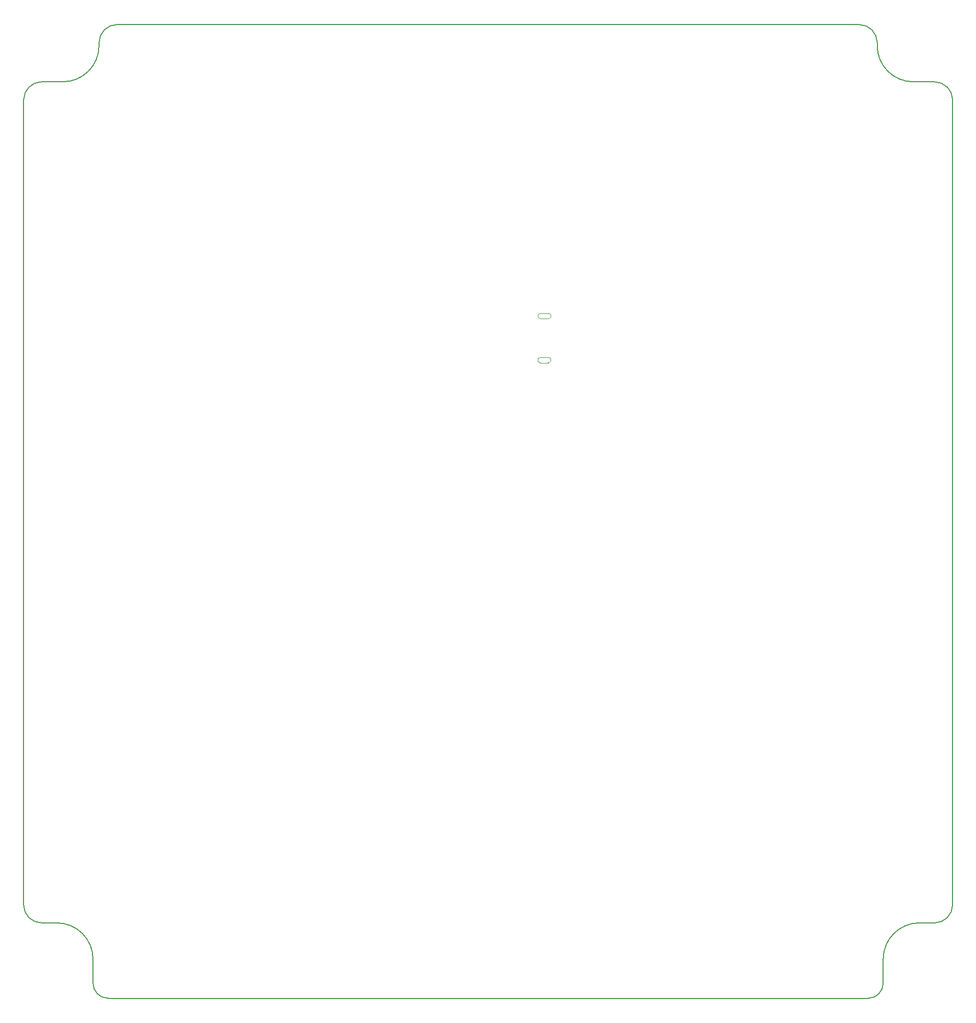
<source format=gko>
G75*
G70*
%OFA0B0*%
%FSLAX25Y25*%
%IPPOS*%
%LPD*%
%AMOC8*
5,1,8,0,0,1.08239X$1,22.5*
%
%ADD147C,0.00472*%
%ADD317C,0.00500*%
X0000000Y0000000D02*
%LPD*%
G01*
D317*
X0021654Y0049213D02*
G75*
G02*
X0045276Y0025591I0000000J-023622D01*
G01*
X0011811Y0049213D02*
G75*
G02*
X0000000Y0061024I0000000J0011811D01*
G01*
X0025591Y0598425D02*
X0011811Y0598425D01*
X0061024Y0635827D02*
X0545276Y0635827D01*
X0049213Y0622047D02*
G75*
G02*
X0025591Y0598425I-023622J0000000D01*
G01*
X0545276Y0635827D02*
G75*
G02*
X0557087Y0624016I0000000J-011811D01*
G01*
X0055118Y0000000D02*
G75*
G02*
X0045276Y0009843I0000000J0009843D01*
G01*
X0045276Y0025591D02*
X0045276Y0009843D01*
X0606299Y0586614D02*
X0606299Y0061024D01*
X0557087Y0624016D02*
X0557087Y0622047D01*
X0049213Y0624016D02*
X0049213Y0622047D01*
X0000000Y0586614D02*
X0000000Y0061024D01*
X0580709Y0598425D02*
G75*
G02*
X0557087Y0622047I0000000J0023622D01*
G01*
X0594488Y0598425D02*
G75*
G02*
X0606299Y0586614I0000000J-011811D01*
G01*
X0551181Y0000000D02*
X0055118Y0000000D01*
X0580709Y0598425D02*
X0594488Y0598425D01*
X0000000Y0586614D02*
G75*
G02*
X0011811Y0598425I0011811J0000000D01*
G01*
X0021654Y0049213D02*
X0011811Y0049213D01*
X0561024Y0009843D02*
G75*
G02*
X0551181Y0000000I-009843J0000000D01*
G01*
X0584646Y0049213D02*
X0594488Y0049213D01*
X0561024Y0025591D02*
G75*
G02*
X0584646Y0049213I0023622J0000000D01*
G01*
X0606299Y0061024D02*
G75*
G02*
X0594488Y0049213I-011811J0000000D01*
G01*
X0561024Y0009843D02*
X0561024Y0025591D01*
X0049213Y0624016D02*
G75*
G02*
X0061024Y0635827I0011811J0000000D01*
G01*
D147*
X0342485Y0443714D02*
X0337053Y0443714D01*
X0337288Y0418491D02*
X0342719Y0418491D01*
X0337312Y0447209D02*
X0342744Y0447209D01*
X0342461Y0414996D02*
X0337029Y0414996D01*
X0337312Y0447209D02*
G75*
G03*
X0337053Y0443714I0000030J-001759D01*
G01*
X0337288Y0418491D02*
G75*
G03*
X0337029Y0414996I0000030J-001759D01*
G01*
X0342485Y0443714D02*
G75*
G03*
X0342744Y0447209I-000030J0001759D01*
G01*
X0342461Y0414996D02*
G75*
G03*
X0342719Y0418491I-000030J0001759D01*
G01*
X0456834Y0320392D02*
G01*
G75*
X0496061Y0155578D02*
G01*
G75*
X0457350Y0252986D02*
G01*
G75*
X0284023Y0039428D02*
G01*
G75*
X0227618Y0308864D02*
G01*
G75*
X0330413Y0264370D02*
G01*
G75*
X0226092Y0062948D02*
G01*
G75*
X0229064Y0434526D02*
G01*
G75*
X0423267Y0376824D02*
G01*
G75*
X0118904Y0476098D02*
G01*
G75*
X0086313Y0305463D02*
G01*
G75*
X0321361Y0389988D02*
G01*
G75*
X0437370Y0100879D02*
G01*
G75*
M02*

</source>
